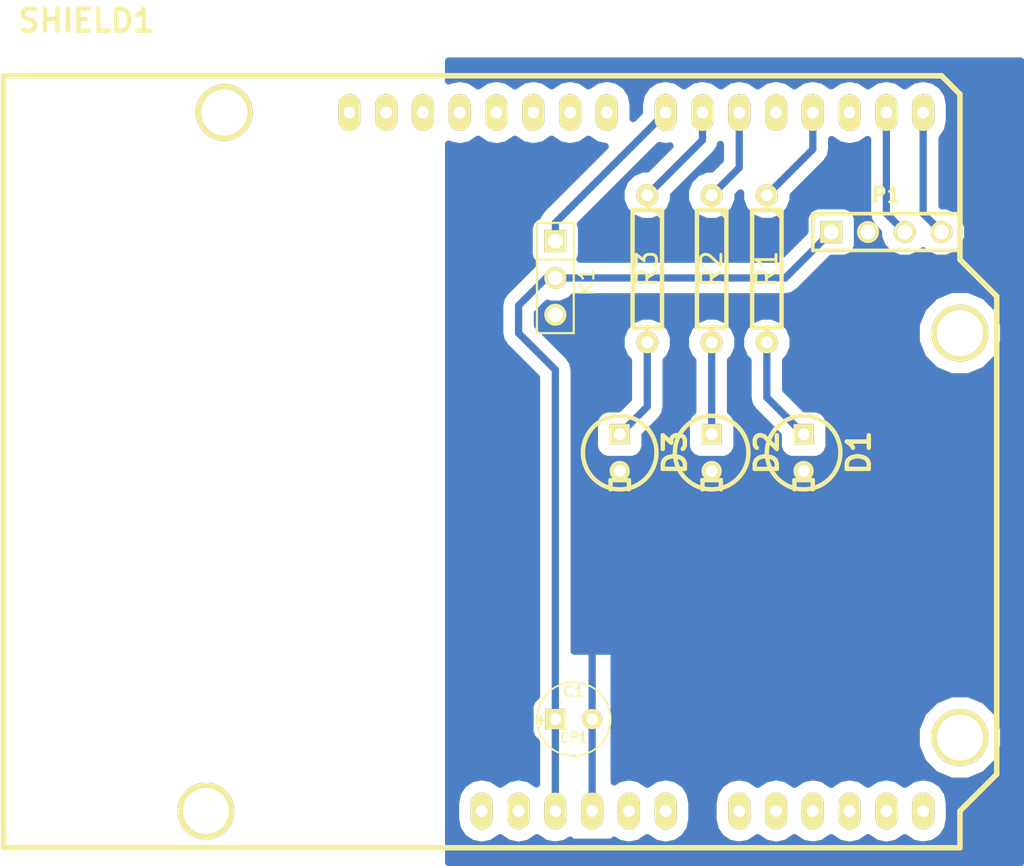
<source format=kicad_pcb>
(kicad_pcb (version 3) (host pcbnew "(2013-jul-07)-stable")

  (general
    (links 18)
    (no_connects 0)
    (area 0 0 0 0)
    (thickness 1.6)
    (drawings 0)
    (tracks 28)
    (zones 0)
    (modules 10)
    (nets 13)
  )

  (page A3)
  (layers
    (15 F.Cu signal)
    (0 B.Cu signal)
    (16 B.Adhes user)
    (17 F.Adhes user)
    (18 B.Paste user)
    (19 F.Paste user)
    (20 B.SilkS user)
    (21 F.SilkS user)
    (22 B.Mask user)
    (23 F.Mask user)
    (24 Dwgs.User user)
    (25 Cmts.User user)
    (26 Eco1.User user)
    (27 Eco2.User user)
    (28 Edge.Cuts user)
  )

  (setup
    (last_trace_width 0.5)
    (trace_clearance 0.5)
    (zone_clearance 0.8)
    (zone_45_only no)
    (trace_min 0.254)
    (segment_width 0.2)
    (edge_width 0.1)
    (via_size 0.889)
    (via_drill 0.635)
    (via_min_size 0.889)
    (via_min_drill 0.508)
    (uvia_size 0.508)
    (uvia_drill 0.127)
    (uvias_allowed no)
    (uvia_min_size 0.508)
    (uvia_min_drill 0.127)
    (pcb_text_width 0.3)
    (pcb_text_size 1.5 1.5)
    (mod_edge_width 0.15)
    (mod_text_size 1 1)
    (mod_text_width 0.15)
    (pad_size 1.5 1.5)
    (pad_drill 0.6)
    (pad_to_mask_clearance 0)
    (aux_axis_origin 0 0)
    (visible_elements FFFFFFBF)
    (pcbplotparams
      (layerselection 3178497)
      (usegerberextensions true)
      (excludeedgelayer true)
      (linewidth 0.150000)
      (plotframeref false)
      (viasonmask false)
      (mode 1)
      (useauxorigin false)
      (hpglpennumber 1)
      (hpglpenspeed 20)
      (hpglpendiameter 15)
      (hpglpenoverlay 2)
      (psnegative false)
      (psa4output false)
      (plotreference true)
      (plotvalue true)
      (plotothertext true)
      (plotinvisibletext false)
      (padsonsilk false)
      (subtractmaskfromsilk false)
      (outputformat 1)
      (mirror false)
      (drillshape 1)
      (scaleselection 1)
      (outputdirectory ""))
  )

  (net 0 "")
  (net 1 /5V)
  (net 2 /LED_B)
  (net 3 /LED_G)
  (net 4 /LED_R)
  (net 5 /RX)
  (net 6 /TX)
  (net 7 /TempOut)
  (net 8 GND)
  (net 9 N-000001)
  (net 10 N-000002)
  (net 11 N-000003)
  (net 12 N-000009)

  (net_class Default "This is the default net class."
    (clearance 0.5)
    (trace_width 0.5)
    (via_dia 0.889)
    (via_drill 0.635)
    (uvia_dia 0.508)
    (uvia_drill 0.127)
    (add_net "")
    (add_net /5V)
    (add_net /LED_B)
    (add_net /LED_G)
    (add_net /LED_R)
    (add_net /RX)
    (add_net /TX)
    (add_net /TempOut)
    (add_net GND)
    (add_net N-000001)
    (add_net N-000002)
    (add_net N-000003)
    (add_net N-000009)
  )

  (module R4 (layer F.Cu) (tedit 200000) (tstamp 539A1E82)
    (at 121.92 56.515 270)
    (descr "Resitance 4 pas")
    (tags R)
    (path /539A1E06)
    (autoplace_cost180 10)
    (fp_text reference R1 (at 0 0 270) (layer F.SilkS)
      (effects (font (size 1.397 1.27) (thickness 0.2032)))
    )
    (fp_text value R (at 0 0 270) (layer F.SilkS) hide
      (effects (font (size 1.397 1.27) (thickness 0.2032)))
    )
    (fp_line (start -5.08 0) (end -4.064 0) (layer F.SilkS) (width 0.3048))
    (fp_line (start -4.064 0) (end -4.064 -1.016) (layer F.SilkS) (width 0.3048))
    (fp_line (start -4.064 -1.016) (end 4.064 -1.016) (layer F.SilkS) (width 0.3048))
    (fp_line (start 4.064 -1.016) (end 4.064 1.016) (layer F.SilkS) (width 0.3048))
    (fp_line (start 4.064 1.016) (end -4.064 1.016) (layer F.SilkS) (width 0.3048))
    (fp_line (start -4.064 1.016) (end -4.064 0) (layer F.SilkS) (width 0.3048))
    (fp_line (start -4.064 -0.508) (end -3.556 -1.016) (layer F.SilkS) (width 0.3048))
    (fp_line (start 5.08 0) (end 4.064 0) (layer F.SilkS) (width 0.3048))
    (pad 1 thru_hole circle (at -5.08 0 270) (size 1.524 1.524) (drill 0.8128)
      (layers *.Cu *.Mask F.SilkS)
      (net 4 /LED_R)
    )
    (pad 2 thru_hole circle (at 5.08 0 270) (size 1.524 1.524) (drill 0.8128)
      (layers *.Cu *.Mask F.SilkS)
      (net 11 N-000003)
    )
    (model discret/resistor.wrl
      (at (xyz 0 0 0))
      (scale (xyz 0.4 0.4 0.4))
      (rotate (xyz 0 0 0))
    )
  )

  (module R4 (layer F.Cu) (tedit 200000) (tstamp 539A1E90)
    (at 118.11 56.515 270)
    (descr "Resitance 4 pas")
    (tags R)
    (path /539A1E13)
    (autoplace_cost180 10)
    (fp_text reference R2 (at 0 0 270) (layer F.SilkS)
      (effects (font (size 1.397 1.27) (thickness 0.2032)))
    )
    (fp_text value R (at 0 0 270) (layer F.SilkS) hide
      (effects (font (size 1.397 1.27) (thickness 0.2032)))
    )
    (fp_line (start -5.08 0) (end -4.064 0) (layer F.SilkS) (width 0.3048))
    (fp_line (start -4.064 0) (end -4.064 -1.016) (layer F.SilkS) (width 0.3048))
    (fp_line (start -4.064 -1.016) (end 4.064 -1.016) (layer F.SilkS) (width 0.3048))
    (fp_line (start 4.064 -1.016) (end 4.064 1.016) (layer F.SilkS) (width 0.3048))
    (fp_line (start 4.064 1.016) (end -4.064 1.016) (layer F.SilkS) (width 0.3048))
    (fp_line (start -4.064 1.016) (end -4.064 0) (layer F.SilkS) (width 0.3048))
    (fp_line (start -4.064 -0.508) (end -3.556 -1.016) (layer F.SilkS) (width 0.3048))
    (fp_line (start 5.08 0) (end 4.064 0) (layer F.SilkS) (width 0.3048))
    (pad 1 thru_hole circle (at -5.08 0 270) (size 1.524 1.524) (drill 0.8128)
      (layers *.Cu *.Mask F.SilkS)
      (net 3 /LED_G)
    )
    (pad 2 thru_hole circle (at 5.08 0 270) (size 1.524 1.524) (drill 0.8128)
      (layers *.Cu *.Mask F.SilkS)
      (net 9 N-000001)
    )
    (model discret/resistor.wrl
      (at (xyz 0 0 0))
      (scale (xyz 0.4 0.4 0.4))
      (rotate (xyz 0 0 0))
    )
  )

  (module R4 (layer F.Cu) (tedit 200000) (tstamp 539A1E9E)
    (at 113.665 56.515 270)
    (descr "Resitance 4 pas")
    (tags R)
    (path /539A1E19)
    (autoplace_cost180 10)
    (fp_text reference R3 (at 0 0 270) (layer F.SilkS)
      (effects (font (size 1.397 1.27) (thickness 0.2032)))
    )
    (fp_text value R (at 0 0 270) (layer F.SilkS) hide
      (effects (font (size 1.397 1.27) (thickness 0.2032)))
    )
    (fp_line (start -5.08 0) (end -4.064 0) (layer F.SilkS) (width 0.3048))
    (fp_line (start -4.064 0) (end -4.064 -1.016) (layer F.SilkS) (width 0.3048))
    (fp_line (start -4.064 -1.016) (end 4.064 -1.016) (layer F.SilkS) (width 0.3048))
    (fp_line (start 4.064 -1.016) (end 4.064 1.016) (layer F.SilkS) (width 0.3048))
    (fp_line (start 4.064 1.016) (end -4.064 1.016) (layer F.SilkS) (width 0.3048))
    (fp_line (start -4.064 1.016) (end -4.064 0) (layer F.SilkS) (width 0.3048))
    (fp_line (start -4.064 -0.508) (end -3.556 -1.016) (layer F.SilkS) (width 0.3048))
    (fp_line (start 5.08 0) (end 4.064 0) (layer F.SilkS) (width 0.3048))
    (pad 1 thru_hole circle (at -5.08 0 270) (size 1.524 1.524) (drill 0.8128)
      (layers *.Cu *.Mask F.SilkS)
      (net 2 /LED_B)
    )
    (pad 2 thru_hole circle (at 5.08 0 270) (size 1.524 1.524) (drill 0.8128)
      (layers *.Cu *.Mask F.SilkS)
      (net 10 N-000002)
    )
    (model discret/resistor.wrl
      (at (xyz 0 0 0))
      (scale (xyz 0.4 0.4 0.4))
      (rotate (xyz 0 0 0))
    )
  )

  (module PIN_ARRAY_4x1 (layer F.Cu) (tedit 4C10F42E) (tstamp 539A1EAA)
    (at 130.175 53.975)
    (descr "Double rangee de contacts 2 x 5 pins")
    (tags CONN)
    (path /539A1C65)
    (fp_text reference P1 (at 0 -2.54) (layer F.SilkS)
      (effects (font (size 1.016 1.016) (thickness 0.2032)))
    )
    (fp_text value CONN_4 (at 0 2.54) (layer F.SilkS) hide
      (effects (font (size 1.016 1.016) (thickness 0.2032)))
    )
    (fp_line (start 5.08 1.27) (end -5.08 1.27) (layer F.SilkS) (width 0.254))
    (fp_line (start 5.08 -1.27) (end -5.08 -1.27) (layer F.SilkS) (width 0.254))
    (fp_line (start -5.08 -1.27) (end -5.08 1.27) (layer F.SilkS) (width 0.254))
    (fp_line (start 5.08 1.27) (end 5.08 -1.27) (layer F.SilkS) (width 0.254))
    (pad 1 thru_hole rect (at -3.81 0) (size 1.524 1.524) (drill 1.016)
      (layers *.Cu *.Mask F.SilkS)
      (net 1 /5V)
    )
    (pad 2 thru_hole circle (at -1.27 0) (size 1.524 1.524) (drill 1.016)
      (layers *.Cu *.Mask F.SilkS)
      (net 8 GND)
    )
    (pad 3 thru_hole circle (at 1.27 0) (size 1.524 1.524) (drill 1.016)
      (layers *.Cu *.Mask F.SilkS)
      (net 6 /TX)
    )
    (pad 4 thru_hole circle (at 3.81 0) (size 1.524 1.524) (drill 1.016)
      (layers *.Cu *.Mask F.SilkS)
      (net 5 /RX)
    )
    (model pin_array\pins_array_4x1.wrl
      (at (xyz 0 0 0))
      (scale (xyz 1 1 1))
      (rotate (xyz 0 0 0))
    )
  )

  (module PIN_ARRAY_3X1 (layer F.Cu) (tedit 4C1130E0) (tstamp 539A1EB6)
    (at 107.315 57.15 270)
    (descr "Connecteur 3 pins")
    (tags "CONN DEV")
    (path /539A1C7A)
    (fp_text reference K1 (at 0.254 -2.159 270) (layer F.SilkS)
      (effects (font (size 1.016 1.016) (thickness 0.1524)))
    )
    (fp_text value CONN_3 (at 0 -2.159 270) (layer F.SilkS) hide
      (effects (font (size 1.016 1.016) (thickness 0.1524)))
    )
    (fp_line (start -3.81 1.27) (end -3.81 -1.27) (layer F.SilkS) (width 0.1524))
    (fp_line (start -3.81 -1.27) (end 3.81 -1.27) (layer F.SilkS) (width 0.1524))
    (fp_line (start 3.81 -1.27) (end 3.81 1.27) (layer F.SilkS) (width 0.1524))
    (fp_line (start 3.81 1.27) (end -3.81 1.27) (layer F.SilkS) (width 0.1524))
    (fp_line (start -1.27 -1.27) (end -1.27 1.27) (layer F.SilkS) (width 0.1524))
    (pad 1 thru_hole rect (at -2.54 0 270) (size 1.524 1.524) (drill 1.016)
      (layers *.Cu *.Mask F.SilkS)
      (net 7 /TempOut)
    )
    (pad 2 thru_hole circle (at 0 0 270) (size 1.524 1.524) (drill 1.016)
      (layers *.Cu *.Mask F.SilkS)
      (net 1 /5V)
    )
    (pad 3 thru_hole circle (at 2.54 0 270) (size 1.524 1.524) (drill 1.016)
      (layers *.Cu *.Mask F.SilkS)
      (net 8 GND)
    )
    (model pin_array/pins_array_3x1.wrl
      (at (xyz 0 0 0))
      (scale (xyz 1 1 1))
      (rotate (xyz 0 0 0))
    )
  )

  (module LEDV (layer F.Cu) (tedit 200000) (tstamp 539A1EC0)
    (at 124.46 69.215 270)
    (descr "Led verticale diam 6mm")
    (tags "LED DEV")
    (path /539A1DCD)
    (fp_text reference D1 (at 0 -3.81 270) (layer F.SilkS)
      (effects (font (size 1.524 1.524) (thickness 0.3048)))
    )
    (fp_text value LED (at 0 -3.81 270) (layer F.SilkS) hide
      (effects (font (size 1.524 1.524) (thickness 0.3048)))
    )
    (fp_circle (center 0 0) (end -2.54 0) (layer F.SilkS) (width 0.3048))
    (fp_line (start 2.54 -0.635) (end 1.905 -0.635) (layer F.SilkS) (width 0.3048))
    (fp_line (start 1.905 -0.635) (end 1.905 0.635) (layer F.SilkS) (width 0.3048))
    (fp_line (start 1.905 0.635) (end 2.54 0.635) (layer F.SilkS) (width 0.3048))
    (pad 1 thru_hole rect (at -1.27 0 270) (size 1.397 1.397) (drill 0.8128)
      (layers *.Cu *.Mask F.SilkS)
      (net 11 N-000003)
    )
    (pad 2 thru_hole circle (at 1.27 0 270) (size 1.397 1.397) (drill 0.8128)
      (layers *.Cu *.Mask F.SilkS)
      (net 8 GND)
    )
    (model discret/led5_vertical.wrl
      (at (xyz 0 0 0))
      (scale (xyz 1 1 1))
      (rotate (xyz 0 0 0))
    )
  )

  (module LEDV (layer F.Cu) (tedit 200000) (tstamp 539A1ECA)
    (at 118.11 69.215 270)
    (descr "Led verticale diam 6mm")
    (tags "LED DEV")
    (path /539A1DDA)
    (fp_text reference D2 (at 0 -3.81 270) (layer F.SilkS)
      (effects (font (size 1.524 1.524) (thickness 0.3048)))
    )
    (fp_text value LED (at 0 -3.81 270) (layer F.SilkS) hide
      (effects (font (size 1.524 1.524) (thickness 0.3048)))
    )
    (fp_circle (center 0 0) (end -2.54 0) (layer F.SilkS) (width 0.3048))
    (fp_line (start 2.54 -0.635) (end 1.905 -0.635) (layer F.SilkS) (width 0.3048))
    (fp_line (start 1.905 -0.635) (end 1.905 0.635) (layer F.SilkS) (width 0.3048))
    (fp_line (start 1.905 0.635) (end 2.54 0.635) (layer F.SilkS) (width 0.3048))
    (pad 1 thru_hole rect (at -1.27 0 270) (size 1.397 1.397) (drill 0.8128)
      (layers *.Cu *.Mask F.SilkS)
      (net 9 N-000001)
    )
    (pad 2 thru_hole circle (at 1.27 0 270) (size 1.397 1.397) (drill 0.8128)
      (layers *.Cu *.Mask F.SilkS)
      (net 8 GND)
    )
    (model discret/led5_vertical.wrl
      (at (xyz 0 0 0))
      (scale (xyz 1 1 1))
      (rotate (xyz 0 0 0))
    )
  )

  (module LEDV (layer F.Cu) (tedit 200000) (tstamp 539A1ED4)
    (at 111.76 69.215 270)
    (descr "Led verticale diam 6mm")
    (tags "LED DEV")
    (path /539A1DE0)
    (fp_text reference D3 (at 0 -3.81 270) (layer F.SilkS)
      (effects (font (size 1.524 1.524) (thickness 0.3048)))
    )
    (fp_text value LED (at 0 -3.81 270) (layer F.SilkS) hide
      (effects (font (size 1.524 1.524) (thickness 0.3048)))
    )
    (fp_circle (center 0 0) (end -2.54 0) (layer F.SilkS) (width 0.3048))
    (fp_line (start 2.54 -0.635) (end 1.905 -0.635) (layer F.SilkS) (width 0.3048))
    (fp_line (start 1.905 -0.635) (end 1.905 0.635) (layer F.SilkS) (width 0.3048))
    (fp_line (start 1.905 0.635) (end 2.54 0.635) (layer F.SilkS) (width 0.3048))
    (pad 1 thru_hole rect (at -1.27 0 270) (size 1.397 1.397) (drill 0.8128)
      (layers *.Cu *.Mask F.SilkS)
      (net 10 N-000002)
    )
    (pad 2 thru_hole circle (at 1.27 0 270) (size 1.397 1.397) (drill 0.8128)
      (layers *.Cu *.Mask F.SilkS)
      (net 8 GND)
    )
    (model discret/led5_vertical.wrl
      (at (xyz 0 0 0))
      (scale (xyz 1 1 1))
      (rotate (xyz 0 0 0))
    )
  )

  (module ARDUINO_SHIELD (layer F.Cu) (tedit 4D154D8E) (tstamp 539A1F01)
    (at 69.215 96.52)
    (path /539A1C3D)
    (fp_text reference SHIELD1 (at 5.715 -57.15) (layer F.SilkS)
      (effects (font (size 1.524 1.524) (thickness 0.3048)))
    )
    (fp_text value ARDUINO_SHIELD (at 10.16 -54.61) (layer F.SilkS) hide
      (effects (font (size 1.524 1.524) (thickness 0.3048)))
    )
    (fp_line (start 66.04 -40.64) (end 66.04 -52.07) (layer F.SilkS) (width 0.381))
    (fp_line (start 66.04 -52.07) (end 64.77 -53.34) (layer F.SilkS) (width 0.381))
    (fp_line (start 64.77 -53.34) (end 0 -53.34) (layer F.SilkS) (width 0.381))
    (fp_line (start 66.04 0) (end 0 0) (layer F.SilkS) (width 0.381))
    (fp_line (start 0 0) (end 0 -53.34) (layer F.SilkS) (width 0.381))
    (fp_line (start 66.04 -40.64) (end 68.58 -38.1) (layer F.SilkS) (width 0.381))
    (fp_line (start 68.58 -38.1) (end 68.58 -5.08) (layer F.SilkS) (width 0.381))
    (fp_line (start 68.58 -5.08) (end 66.04 -2.54) (layer F.SilkS) (width 0.381))
    (fp_line (start 66.04 -2.54) (end 66.04 0) (layer F.SilkS) (width 0.381))
    (pad AD5 thru_hole oval (at 63.5 -2.54 90) (size 2.54 1.524) (drill 0.8128)
      (layers *.Cu *.Mask F.SilkS)
    )
    (pad AD4 thru_hole oval (at 60.96 -2.54 90) (size 2.54 1.524) (drill 0.8128)
      (layers *.Cu *.Mask F.SilkS)
    )
    (pad AD3 thru_hole oval (at 58.42 -2.54 90) (size 2.54 1.524) (drill 0.8128)
      (layers *.Cu *.Mask F.SilkS)
    )
    (pad AD0 thru_hole oval (at 50.8 -2.54 90) (size 2.54 1.524) (drill 0.8128)
      (layers *.Cu *.Mask F.SilkS)
    )
    (pad AD1 thru_hole oval (at 53.34 -2.54 90) (size 2.54 1.524) (drill 0.8128)
      (layers *.Cu *.Mask F.SilkS)
    )
    (pad AD2 thru_hole oval (at 55.88 -2.54 90) (size 2.54 1.524) (drill 0.8128)
      (layers *.Cu *.Mask F.SilkS)
    )
    (pad V_IN thru_hole oval (at 45.72 -2.54 90) (size 2.54 1.524) (drill 0.8128)
      (layers *.Cu *.Mask F.SilkS)
      (net 12 N-000009)
    )
    (pad GND2 thru_hole oval (at 43.18 -2.54 90) (size 2.54 1.524) (drill 0.8128)
      (layers *.Cu *.Mask F.SilkS)
    )
    (pad GND1 thru_hole oval (at 40.64 -2.54 90) (size 2.54 1.524) (drill 0.8128)
      (layers *.Cu *.Mask F.SilkS)
      (net 8 GND)
    )
    (pad 3V3 thru_hole oval (at 35.56 -2.54 90) (size 2.54 1.524) (drill 0.8128)
      (layers *.Cu *.Mask F.SilkS)
    )
    (pad RST thru_hole oval (at 33.02 -2.54 90) (size 2.54 1.524) (drill 0.8128)
      (layers *.Cu *.Mask F.SilkS)
    )
    (pad 0 thru_hole oval (at 63.5 -50.8 90) (size 2.54 1.524) (drill 0.8128)
      (layers *.Cu *.Mask F.SilkS)
      (net 5 /RX)
    )
    (pad 1 thru_hole oval (at 60.96 -50.8 90) (size 2.54 1.524) (drill 0.8128)
      (layers *.Cu *.Mask F.SilkS)
      (net 6 /TX)
    )
    (pad 2 thru_hole oval (at 58.42 -50.8 90) (size 2.54 1.524) (drill 0.8128)
      (layers *.Cu *.Mask F.SilkS)
    )
    (pad 3 thru_hole oval (at 55.88 -50.8 90) (size 2.54 1.524) (drill 0.8128)
      (layers *.Cu *.Mask F.SilkS)
      (net 4 /LED_R)
    )
    (pad 4 thru_hole oval (at 53.34 -50.8 90) (size 2.54 1.524) (drill 0.8128)
      (layers *.Cu *.Mask F.SilkS)
    )
    (pad 5 thru_hole oval (at 50.8 -50.8 90) (size 2.54 1.524) (drill 0.8128)
      (layers *.Cu *.Mask F.SilkS)
      (net 3 /LED_G)
    )
    (pad 6 thru_hole oval (at 48.26 -50.8 90) (size 2.54 1.524) (drill 0.8128)
      (layers *.Cu *.Mask F.SilkS)
      (net 2 /LED_B)
    )
    (pad 7 thru_hole oval (at 45.72 -50.8 90) (size 2.54 1.524) (drill 0.8128)
      (layers *.Cu *.Mask F.SilkS)
      (net 7 /TempOut)
    )
    (pad 8 thru_hole oval (at 41.656 -50.8 90) (size 2.54 1.524) (drill 0.8128)
      (layers *.Cu *.Mask F.SilkS)
    )
    (pad 9 thru_hole oval (at 39.116 -50.8 90) (size 2.54 1.524) (drill 0.8128)
      (layers *.Cu *.Mask F.SilkS)
    )
    (pad 10 thru_hole oval (at 36.576 -50.8 90) (size 2.54 1.524) (drill 0.8128)
      (layers *.Cu *.Mask F.SilkS)
    )
    (pad 11 thru_hole oval (at 34.036 -50.8 90) (size 2.54 1.524) (drill 0.8128)
      (layers *.Cu *.Mask F.SilkS)
    )
    (pad 12 thru_hole oval (at 31.496 -50.8 90) (size 2.54 1.524) (drill 0.8128)
      (layers *.Cu *.Mask F.SilkS)
    )
    (pad 13 thru_hole oval (at 28.956 -50.8 90) (size 2.54 1.524) (drill 0.8128)
      (layers *.Cu *.Mask F.SilkS)
    )
    (pad GND3 thru_hole oval (at 26.416 -50.8 90) (size 2.54 1.524) (drill 0.8128)
      (layers *.Cu *.Mask F.SilkS)
    )
    (pad AREF thru_hole oval (at 23.876 -50.8 90) (size 2.54 1.524) (drill 0.8128)
      (layers *.Cu *.Mask F.SilkS)
    )
    (pad 5V thru_hole oval (at 38.1 -2.54 90) (size 2.54 1.524) (drill 0.8128)
      (layers *.Cu *.Mask F.SilkS)
      (net 1 /5V)
    )
    (pad "" thru_hole circle (at 66.04 -7.62 90) (size 3.937 3.937) (drill 3.175)
      (layers *.Cu *.Mask F.SilkS)
    )
    (pad "" thru_hole circle (at 66.04 -35.56 90) (size 3.937 3.937) (drill 3.175)
      (layers *.Cu *.Mask F.SilkS)
    )
    (pad "" thru_hole circle (at 15.24 -50.8 90) (size 3.937 3.937) (drill 3.175)
      (layers *.Cu *.Mask F.SilkS)
    )
    (pad "" thru_hole circle (at 13.97 -2.54 90) (size 3.937 3.937) (drill 3.175)
      (layers *.Cu *.Mask F.SilkS)
    )
  )

  (module C1V5 (layer F.Cu) (tedit 539A2064) (tstamp 539A2065)
    (at 108.585 87.63)
    (descr "Condensateur e = 1 pas")
    (tags C)
    (path /539A23DA)
    (fp_text reference C1 (at 0 -1.905) (layer F.SilkS)
      (effects (font (size 0.762 0.762) (thickness 0.127)))
    )
    (fp_text value CP1 (at 0 1.27) (layer F.SilkS)
      (effects (font (size 0.762 0.635) (thickness 0.127)))
    )
    (fp_text user + (at -2.286 0) (layer F.SilkS)
      (effects (font (size 0.762 0.762) (thickness 0.2032)))
    )
    (fp_circle (center 0 0) (end 0.127 -2.54) (layer F.SilkS) (width 0.127))
    (pad 1 thru_hole rect (at -1.27 0) (size 1.397 1.397) (drill 0.8128)
      (layers *.Cu *.Mask F.SilkS)
      (net 1 /5V)
    )
    (pad 2 thru_hole circle (at 1.27 0) (size 1.397 1.397) (drill 0.8128)
      (layers *.Cu *.Mask F.SilkS)
      (net 8 GND)
    )
    (model discret/c_vert_c1v5.wrl
      (at (xyz 0 0 0))
      (scale (xyz 1 1 1))
      (rotate (xyz 0 0 0))
    )
  )

  (segment (start 106.68 57.15) (end 107.315 57.15) (width 0.5) (layer B.Cu) (net 1) (tstamp 539A289B))
  (segment (start 104.775 59.055) (end 106.68 57.15) (width 0.5) (layer B.Cu) (net 1) (tstamp 539A289A))
  (segment (start 104.775 60.96) (end 104.775 59.055) (width 0.5) (layer B.Cu) (net 1) (tstamp 539A2898))
  (segment (start 107.315 57.15) (end 123.19 57.15) (width 0.5) (layer B.Cu) (net 1))
  (segment (start 123.19 57.15) (end 126.365 53.975) (width 0.5) (layer B.Cu) (net 1) (tstamp 539A286F))
  (segment (start 107.315 87.63) (end 107.315 63.5) (width 0.5) (layer B.Cu) (net 1))
  (segment (start 107.315 63.5) (end 104.775 60.96) (width 0.5) (layer B.Cu) (net 1) (tstamp 539A2889))
  (segment (start 107.315 87.63) (end 107.315 93.98) (width 0.5) (layer B.Cu) (net 1) (status 20))
  (segment (start 117.475 45.72) (end 117.475 47.625) (width 0.5) (layer B.Cu) (net 2) (status 10))
  (segment (start 117.475 47.625) (end 113.665 51.435) (width 0.5) (layer B.Cu) (net 2) (tstamp 539A2837))
  (segment (start 120.015 45.72) (end 120.015 49.53) (width 0.5) (layer B.Cu) (net 3) (status 10))
  (segment (start 120.015 49.53) (end 118.11 51.435) (width 0.5) (layer B.Cu) (net 3) (tstamp 539A2834))
  (segment (start 125.095 45.72) (end 125.095 48.26) (width 0.5) (layer B.Cu) (net 4) (status 10))
  (segment (start 125.095 48.26) (end 121.92 51.435) (width 0.5) (layer B.Cu) (net 4) (tstamp 539A2830))
  (segment (start 132.715 45.72) (end 132.715 52.705) (width 0.5) (layer B.Cu) (net 5) (status 10))
  (segment (start 132.715 52.705) (end 133.985 53.975) (width 0.5) (layer B.Cu) (net 5) (tstamp 539A285B))
  (segment (start 130.175 45.72) (end 130.175 52.705) (width 0.5) (layer B.Cu) (net 6) (status 10))
  (segment (start 130.175 52.705) (end 131.445 53.975) (width 0.5) (layer B.Cu) (net 6) (tstamp 539A285E))
  (segment (start 114.935 45.72) (end 107.315 53.34) (width 0.5) (layer B.Cu) (net 7) (status 10))
  (segment (start 107.315 53.34) (end 107.315 54.61) (width 0.5) (layer B.Cu) (net 7) (tstamp 539A28C1))
  (segment (start 109.855 81.28) (end 109.855 83.185) (width 0.5) (layer B.Cu) (net 8))
  (segment (start 109.855 83.185) (end 109.855 87.63) (width 0.5) (layer B.Cu) (net 8) (status 800000))
  (segment (start 109.855 93.98) (end 109.855 87.63) (width 0.5) (layer B.Cu) (net 8) (status 10))
  (segment (start 118.11 61.595) (end 118.11 67.945) (width 0.5) (layer B.Cu) (net 9))
  (segment (start 113.665 61.595) (end 113.665 66.04) (width 0.5) (layer B.Cu) (net 10))
  (segment (start 113.665 66.04) (end 111.76 67.945) (width 0.5) (layer B.Cu) (net 10) (tstamp 539A2861))
  (segment (start 121.92 61.595) (end 121.92 65.405) (width 0.5) (layer B.Cu) (net 11))
  (segment (start 121.92 65.405) (end 124.46 67.945) (width 0.5) (layer B.Cu) (net 11) (tstamp 539A2866))

  (zone (net 8) (net_name GND) (layer B.Cu) (tstamp 539A2127) (hatch edge 0.508)
    (connect_pads yes (clearance 0.8))
    (min_thickness 0.5)
    (fill (arc_segments 16) (thermal_gap 0.508) (thermal_bridge_width 0.508))
    (polygon
      (pts
        (xy 69.215 41.91) (xy 69.215 97.79) (xy 139.7 97.79) (xy 139.7 41.91)
      )
    )
    (polygon
      (pts        (xy 111.125 95.885) (xy 108.585 95.885) (xy 108.585 83.185) (xy 111.125 83.185)
      )
    )
    (filled_polygon
      (pts
        (xy 139.45 97.54) (xy 138.274022 97.54) (xy 138.274022 88.302218) (xy 138.274022 60.362218) (xy 137.815451 59.252391)
        (xy 136.967075 58.402533) (xy 135.858051 57.942026) (xy 134.657218 57.940978) (xy 133.547391 58.399549) (xy 132.697533 59.247925)
        (xy 132.237026 60.356949) (xy 132.235978 61.557782) (xy 132.694549 62.667609) (xy 133.542925 63.517467) (xy 134.651949 63.977974)
        (xy 135.852782 63.979022) (xy 136.962609 63.520451) (xy 137.812467 62.672075) (xy 138.272974 61.563051) (xy 138.274022 60.362218)
        (xy 138.274022 88.302218) (xy 137.815451 87.192391) (xy 136.967075 86.342533) (xy 135.858051 85.882026) (xy 134.657218 85.880978)
        (xy 133.547391 86.339549) (xy 132.697533 87.187925) (xy 132.237026 88.296949) (xy 132.235978 89.497782) (xy 132.694549 90.607609)
        (xy 133.542925 91.457467) (xy 134.651949 91.917974) (xy 135.852782 91.919022) (xy 136.962609 91.460451) (xy 137.812467 90.612075)
        (xy 138.272974 89.503051) (xy 138.274022 88.302218) (xy 138.274022 97.54) (xy 134.527 97.54) (xy 134.527 94.533451)
        (xy 134.527 93.426549) (xy 134.38907 92.733127) (xy 133.996277 92.145272) (xy 133.408422 91.752479) (xy 132.715 91.614549)
        (xy 132.021578 91.752479) (xy 131.445 92.137736) (xy 130.868422 91.752479) (xy 130.175 91.614549) (xy 129.481578 91.752479)
        (xy 128.905 92.137736) (xy 128.328422 91.752479) (xy 127.635 91.614549) (xy 126.941578 91.752479) (xy 126.365 92.137736)
        (xy 126.208681 92.033287) (xy 126.208681 68.435559) (xy 126.208681 67.038559) (xy 126.049165 66.652501) (xy 125.754054 66.356873)
        (xy 125.368274 66.196684) (xy 124.950559 66.196319) (xy 124.549796 66.196319) (xy 123.22 64.866522) (xy 123.22 62.857588)
        (xy 123.455243 62.622756) (xy 123.731685 61.95701) (xy 123.732314 61.236152) (xy 123.457034 60.569925) (xy 122.947756 60.059757)
        (xy 122.28201 59.783315) (xy 121.561152 59.782686) (xy 120.894925 60.057966) (xy 120.384757 60.567244) (xy 120.108315 61.23299)
        (xy 120.107686 61.953848) (xy 120.382966 62.620075) (xy 120.62 62.857523) (xy 120.62 65.405) (xy 120.718957 65.902489)
        (xy 121.000761 66.324239) (xy 122.711319 68.034796) (xy 122.711319 68.851441) (xy 122.870835 69.237499) (xy 123.165946 69.533127)
        (xy 123.551726 69.693316) (xy 123.969441 69.693681) (xy 125.366441 69.693681) (xy 125.752499 69.534165) (xy 126.048127 69.239054)
        (xy 126.208316 68.853274) (xy 126.208681 68.435559) (xy 126.208681 92.033287) (xy 125.788422 91.752479) (xy 125.095 91.614549)
        (xy 124.401578 91.752479) (xy 123.825 92.137736) (xy 123.248422 91.752479) (xy 122.555 91.614549) (xy 121.861578 91.752479)
        (xy 121.285 92.137736) (xy 120.708422 91.752479) (xy 120.015 91.614549) (xy 119.922314 91.632985) (xy 119.922314 61.236152)
        (xy 119.647034 60.569925) (xy 119.137756 60.059757) (xy 118.47201 59.783315) (xy 117.751152 59.782686) (xy 117.084925 60.057966)
        (xy 116.574757 60.567244) (xy 116.298315 61.23299) (xy 116.297686 61.953848) (xy 116.572966 62.620075) (xy 116.81 62.857523)
        (xy 116.81 66.363322) (xy 116.521873 66.650946) (xy 116.361684 67.036726) (xy 116.361319 67.454441) (xy 116.361319 68.851441)
        (xy 116.520835 69.237499) (xy 116.815946 69.533127) (xy 117.201726 69.693316) (xy 117.619441 69.693681) (xy 119.016441 69.693681)
        (xy 119.402499 69.534165) (xy 119.698127 69.239054) (xy 119.858316 68.853274) (xy 119.858681 68.435559) (xy 119.858681 67.038559)
        (xy 119.699165 66.652501) (xy 119.41 66.362829) (xy 119.41 62.857588) (xy 119.645243 62.622756) (xy 119.921685 61.95701)
        (xy 119.922314 61.236152) (xy 119.922314 91.632985) (xy 119.321578 91.752479) (xy 118.733723 92.145272) (xy 118.34093 92.733127)
        (xy 118.203 93.426549) (xy 118.203 94.533451) (xy 118.34093 95.226873) (xy 118.733723 95.814728) (xy 119.321578 96.207521)
        (xy 120.015 96.345451) (xy 120.708422 96.207521) (xy 121.285 95.822263) (xy 121.861578 96.207521) (xy 122.555 96.345451)
        (xy 123.248422 96.207521) (xy 123.825 95.822263) (xy 124.401578 96.207521) (xy 125.095 96.345451) (xy 125.788422 96.207521)
        (xy 126.365 95.822263) (xy 126.941578 96.207521) (xy 127.635 96.345451) (xy 128.328422 96.207521) (xy 128.905 95.822263)
        (xy 129.481578 96.207521) (xy 130.175 96.345451) (xy 130.868422 96.207521) (xy 131.445 95.822263) (xy 132.021578 96.207521)
        (xy 132.715 96.345451) (xy 133.408422 96.207521) (xy 133.996277 95.814728) (xy 134.38907 95.226873) (xy 134.527 94.533451)
        (xy 134.527 97.54) (xy 111.375 97.54) (xy 111.125 97.54) (xy 99.945 97.54) (xy 99.945 47.899025)
        (xy 100.017578 47.947521) (xy 100.711 48.085451) (xy 101.404422 47.947521) (xy 101.981 47.562263) (xy 102.557578 47.947521)
        (xy 103.251 48.085451) (xy 103.944422 47.947521) (xy 104.521 47.562263) (xy 105.097578 47.947521) (xy 105.791 48.085451)
        (xy 106.484422 47.947521) (xy 107.061 47.562263) (xy 107.637578 47.947521) (xy 108.331 48.085451) (xy 109.024422 47.947521)
        (xy 109.601 47.562263) (xy 110.177578 47.947521) (xy 110.754286 48.062235) (xy 106.395761 52.420761) (xy 106.113957 52.842511)
        (xy 106.102947 52.897857) (xy 105.959001 52.957335) (xy 105.663373 53.252446) (xy 105.503184 53.638226) (xy 105.502819 54.055941)
        (xy 105.502819 55.579941) (xy 105.662335 55.965999) (xy 105.799065 56.102969) (xy 105.779757 56.122244) (xy 105.716188 56.275334)
        (xy 103.855761 58.135761) (xy 103.573957 58.557511) (xy 103.475 59.055) (xy 103.475 60.96) (xy 103.573957 61.457489)
        (xy 103.855761 61.879239) (xy 106.015 64.038477) (xy 106.015 86.048322) (xy 105.726873 86.335946) (xy 105.566684 86.721726)
        (xy 105.566319 87.139441) (xy 105.566319 88.536441) (xy 105.725835 88.922499) (xy 106.015 89.21217) (xy 106.015 92.117691)
        (xy 105.468422 91.752479) (xy 104.775 91.614549) (xy 104.081578 91.752479) (xy 103.505 92.137736) (xy 102.928422 91.752479)
        (xy 102.235 91.614549) (xy 101.541578 91.752479) (xy 100.953723 92.145272) (xy 100.56093 92.733127) (xy 100.423 93.426549)
        (xy 100.423 94.533451) (xy 100.56093 95.226873) (xy 100.953723 95.814728) (xy 101.541578 96.207521) (xy 102.235 96.345451)
        (xy 102.928422 96.207521) (xy 103.505 95.822263) (xy 104.081578 96.207521) (xy 104.775 96.345451) (xy 105.468422 96.207521)
        (xy 106.045 95.822263) (xy 106.621578 96.207521) (xy 107.315 96.345451) (xy 108.008422 96.207521) (xy 108.335 95.989308)
        (xy 108.335 96.135) (xy 111.375 96.135) (xy 111.375 95.989308) (xy 111.701578 96.207521) (xy 112.395 96.345451)
        (xy 113.088422 96.207521) (xy 113.665 95.822263) (xy 114.241578 96.207521) (xy 114.935 96.345451) (xy 115.628422 96.207521)
        (xy 116.216277 95.814728) (xy 116.60907 95.226873) (xy 116.747 94.533451) (xy 116.747 93.426549) (xy 116.60907 92.733127)
        (xy 116.216277 92.145272) (xy 115.628422 91.752479) (xy 115.477314 91.722421) (xy 115.477314 61.236152) (xy 115.202034 60.569925)
        (xy 114.692756 60.059757) (xy 114.02701 59.783315) (xy 113.306152 59.782686) (xy 112.639925 60.057966) (xy 112.129757 60.567244)
        (xy 111.853315 61.23299) (xy 111.852686 61.953848) (xy 112.127966 62.620075) (xy 112.365 62.857523) (xy 112.365 65.501522)
        (xy 111.670203 66.196319) (xy 110.853559 66.196319) (xy 110.467501 66.355835) (xy 110.171873 66.650946) (xy 110.011684 67.036726)
        (xy 110.011319 67.454441) (xy 110.011319 68.851441) (xy 110.170835 69.237499) (xy 110.465946 69.533127) (xy 110.851726 69.693316)
        (xy 111.269441 69.693681) (xy 112.666441 69.693681) (xy 113.052499 69.534165) (xy 113.348127 69.239054) (xy 113.508316 68.853274)
        (xy 113.508681 68.435559) (xy 113.508681 68.034796) (xy 114.584235 66.959241) (xy 114.584238 66.959239) (xy 114.584239 66.959239)
        (xy 114.866042 66.537489) (xy 114.866043 66.537488) (xy 114.945315 66.138958) (xy 114.965 66.040001) (xy 114.964999 66.04)
        (xy 114.965 66.04) (xy 114.965 62.857588) (xy 115.200243 62.622756) (xy 115.476685 61.95701) (xy 115.477314 61.236152)
        (xy 115.477314 91.722421) (xy 114.935 91.614549) (xy 114.241578 91.752479) (xy 113.665 92.137736) (xy 113.088422 91.752479)
        (xy 112.395 91.614549) (xy 111.701578 91.752479) (xy 111.375 91.970691) (xy 111.375 82.935) (xy 108.615 82.935)
        (xy 108.615 63.5) (xy 108.516043 63.002512) (xy 108.516042 63.002511) (xy 108.234239 62.580761) (xy 108.234235 62.580758)
        (xy 106.075 60.421522) (xy 106.075 59.593477) (xy 106.779027 58.889449) (xy 106.95299 58.961685) (xy 107.673848 58.962314)
        (xy 108.340075 58.687034) (xy 108.577523 58.45) (xy 123.19 58.45) (xy 123.687488 58.351043) (xy 123.687489 58.351043)
        (xy 124.109239 58.069239) (xy 126.391297 55.787181) (xy 127.334941 55.787181) (xy 127.720999 55.627665) (xy 128.016627 55.332554)
        (xy 128.176816 54.946774) (xy 128.177181 54.529059) (xy 128.177181 53.005059) (xy 128.017665 52.619001) (xy 127.722554 52.323373)
        (xy 127.336774 52.163184) (xy 126.919059 52.162819) (xy 125.395059 52.162819) (xy 125.009001 52.322335) (xy 124.713373 52.617446)
        (xy 124.553184 53.003226) (xy 124.552819 53.420941) (xy 124.552819 53.948703) (xy 122.651522 55.85) (xy 109.015439 55.85)
        (xy 109.126816 55.581774) (xy 109.127181 55.164059) (xy 109.127181 53.640059) (xy 109.047137 53.44634) (xy 114.495457 47.99802)
        (xy 114.935 48.085451) (xy 115.23593 48.025592) (xy 113.638546 49.622976) (xy 113.306152 49.622686) (xy 112.639925 49.897966)
        (xy 112.129757 50.407244) (xy 111.853315 51.07299) (xy 111.852686 51.793848) (xy 112.127966 52.460075) (xy 112.637244 52.970243)
        (xy 113.30299 53.246685) (xy 114.023848 53.247314) (xy 114.690075 52.972034) (xy 115.200243 52.462756) (xy 115.476685 51.79701)
        (xy 115.476977 51.4615) (xy 118.394235 48.544241) (xy 118.394238 48.544239) (xy 118.394239 48.544239) (xy 118.676042 48.122489)
        (xy 118.676043 48.122488) (xy 118.715 47.926638) (xy 118.715 48.991522) (xy 118.083546 49.622976) (xy 117.751152 49.622686)
        (xy 117.084925 49.897966) (xy 116.574757 50.407244) (xy 116.298315 51.07299) (xy 116.297686 51.793848) (xy 116.572966 52.460075)
        (xy 117.082244 52.970243) (xy 117.74799 53.246685) (xy 118.468848 53.247314) (xy 119.135075 52.972034) (xy 119.645243 52.462756)
        (xy 119.921685 51.79701) (xy 119.921977 51.461499) (xy 120.108138 51.275338) (xy 120.107686 51.793848) (xy 120.382966 52.460075)
        (xy 120.892244 52.970243) (xy 121.55799 53.246685) (xy 122.278848 53.247314) (xy 122.945075 52.972034) (xy 123.455243 52.462756)
        (xy 123.731685 51.79701) (xy 123.731977 51.4615) (xy 126.014239 49.179239) (xy 126.296043 48.757489) (xy 126.296043 48.757488)
        (xy 126.395 48.26) (xy 126.395 47.582308) (xy 126.941578 47.947521) (xy 127.635 48.085451) (xy 128.328422 47.947521)
        (xy 128.875 47.582308) (xy 128.875 52.705) (xy 128.973957 53.202489) (xy 129.255761 53.624239) (xy 129.632976 54.001454)
        (xy 129.632686 54.333848) (xy 129.907966 55.000075) (xy 130.417244 55.510243) (xy 131.08299 55.786685) (xy 131.803848 55.787314)
        (xy 132.470075 55.512034) (xy 132.71498 55.267555) (xy 132.957244 55.510243) (xy 133.62299 55.786685) (xy 134.343848 55.787314)
        (xy 135.010075 55.512034) (xy 135.520243 55.002756) (xy 135.796685 54.33701) (xy 135.797314 53.616152) (xy 135.522034 52.949925)
        (xy 135.012756 52.439757) (xy 134.34701 52.163315) (xy 134.015 52.163025) (xy 134.015 47.526707) (xy 134.38907 46.966873)
        (xy 134.527 46.273451) (xy 134.527 45.166549) (xy 134.38907 44.473127) (xy 133.996277 43.885272) (xy 133.408422 43.492479)
        (xy 132.715 43.354549) (xy 132.021578 43.492479) (xy 131.445 43.877736) (xy 130.868422 43.492479) (xy 130.175 43.354549)
        (xy 129.481578 43.492479) (xy 128.905 43.877736) (xy 128.328422 43.492479) (xy 127.635 43.354549) (xy 126.941578 43.492479)
        (xy 126.365 43.877736) (xy 125.788422 43.492479) (xy 125.095 43.354549) (xy 124.401578 43.492479) (xy 123.825 43.877736)
        (xy 123.248422 43.492479) (xy 122.555 43.354549) (xy 121.861578 43.492479) (xy 121.285 43.877736) (xy 120.708422 43.492479)
        (xy 120.015 43.354549) (xy 119.321578 43.492479) (xy 118.745 43.877736) (xy 118.168422 43.492479) (xy 117.475 43.354549)
        (xy 116.781578 43.492479) (xy 116.205 43.877736) (xy 115.628422 43.492479) (xy 114.935 43.354549) (xy 114.241578 43.492479)
        (xy 113.653723 43.885272) (xy 113.26093 44.473127) (xy 113.123 45.166549) (xy 113.123 45.693522) (xy 112.683 46.133522)
        (xy 112.683 45.166549) (xy 112.54507 44.473127) (xy 112.152277 43.885272) (xy 111.564422 43.492479) (xy 110.871 43.354549)
        (xy 110.177578 43.492479) (xy 109.601 43.877736) (xy 109.024422 43.492479) (xy 108.331 43.354549) (xy 107.637578 43.492479)
        (xy 107.061 43.877736) (xy 106.484422 43.492479) (xy 105.791 43.354549) (xy 105.097578 43.492479) (xy 104.521 43.877736)
        (xy 103.944422 43.492479) (xy 103.251 43.354549) (xy 102.557578 43.492479) (xy 101.981 43.877736) (xy 101.404422 43.492479)
        (xy 100.711 43.354549) (xy 100.017578 43.492479) (xy 99.945 43.540974) (xy 99.945 42.16) (xy 139.45 42.16)
        (xy 139.45 97.54)
      )
    )
  )
)

</source>
